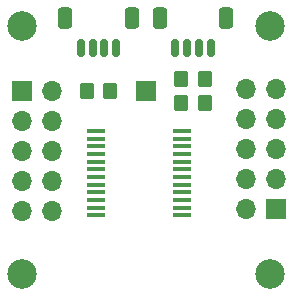
<source format=gbr>
%TF.GenerationSoftware,KiCad,Pcbnew,(6.0.7)*%
%TF.CreationDate,2022-09-23T22:10:56-05:00*%
%TF.ProjectId,PCA9535,50434139-3533-4352-9e6b-696361645f70,rev?*%
%TF.SameCoordinates,Original*%
%TF.FileFunction,Soldermask,Top*%
%TF.FilePolarity,Negative*%
%FSLAX46Y46*%
G04 Gerber Fmt 4.6, Leading zero omitted, Abs format (unit mm)*
G04 Created by KiCad (PCBNEW (6.0.7)) date 2022-09-23 22:10:56*
%MOMM*%
%LPD*%
G01*
G04 APERTURE LIST*
G04 Aperture macros list*
%AMRoundRect*
0 Rectangle with rounded corners*
0 $1 Rounding radius*
0 $2 $3 $4 $5 $6 $7 $8 $9 X,Y pos of 4 corners*
0 Add a 4 corners polygon primitive as box body*
4,1,4,$2,$3,$4,$5,$6,$7,$8,$9,$2,$3,0*
0 Add four circle primitives for the rounded corners*
1,1,$1+$1,$2,$3*
1,1,$1+$1,$4,$5*
1,1,$1+$1,$6,$7*
1,1,$1+$1,$8,$9*
0 Add four rect primitives between the rounded corners*
20,1,$1+$1,$2,$3,$4,$5,0*
20,1,$1+$1,$4,$5,$6,$7,0*
20,1,$1+$1,$6,$7,$8,$9,0*
20,1,$1+$1,$8,$9,$2,$3,0*%
G04 Aperture macros list end*
%ADD10R,1.639799X0.431000*%
%ADD11RoundRect,0.150000X-0.150000X-0.625000X0.150000X-0.625000X0.150000X0.625000X-0.150000X0.625000X0*%
%ADD12RoundRect,0.250000X-0.350000X-0.650000X0.350000X-0.650000X0.350000X0.650000X-0.350000X0.650000X0*%
%ADD13C,2.500000*%
%ADD14RoundRect,0.250000X0.350000X0.450000X-0.350000X0.450000X-0.350000X-0.450000X0.350000X-0.450000X0*%
%ADD15R,1.700000X1.700000*%
%ADD16O,1.700000X1.700000*%
%ADD17RoundRect,0.250000X-0.350000X-0.450000X0.350000X-0.450000X0.350000X0.450000X-0.350000X0.450000X0*%
G04 APERTURE END LIST*
D10*
%TO.C,U1*%
X124786900Y-80377501D03*
X124786900Y-81027500D03*
X124786900Y-81677498D03*
X124786900Y-82327499D03*
X124786900Y-82977498D03*
X124786900Y-83627499D03*
X124786900Y-84277498D03*
X124786900Y-84927499D03*
X124786900Y-85577498D03*
X124786900Y-86227499D03*
X124786900Y-86877498D03*
X124786900Y-87527499D03*
X132051300Y-87527499D03*
X132051300Y-86877500D03*
X132051300Y-86227499D03*
X132051300Y-85577501D03*
X132051300Y-84927499D03*
X132051300Y-84277501D03*
X132051300Y-83627502D03*
X132051300Y-82977501D03*
X132051300Y-82327502D03*
X132051300Y-81677501D03*
X132051300Y-81027502D03*
X132051300Y-80377501D03*
%TD*%
D11*
%TO.C,J1*%
X131500000Y-73325000D03*
X132500000Y-73325000D03*
X133500000Y-73325000D03*
X134500000Y-73325000D03*
D12*
X130200000Y-70800000D03*
X135800000Y-70800000D03*
%TD*%
D13*
%TO.C,H3*%
X139500000Y-92500000D03*
%TD*%
%TO.C,H4*%
X118500000Y-92500000D03*
%TD*%
D14*
%TO.C,R1*%
X134000000Y-78000000D03*
X132000000Y-78000000D03*
%TD*%
%TO.C,R2*%
X134000000Y-76000000D03*
X132000000Y-76000000D03*
%TD*%
D15*
%TO.C,J6*%
X140000000Y-87000000D03*
D16*
X137460000Y-87000000D03*
X140000000Y-84460000D03*
X137460000Y-84460000D03*
X140000000Y-81920000D03*
X137460000Y-81920000D03*
X140000000Y-79380000D03*
X137460000Y-79380000D03*
X140000000Y-76840000D03*
X137460000Y-76840000D03*
%TD*%
D15*
%TO.C,J4*%
X129000000Y-77000000D03*
%TD*%
D11*
%TO.C,J2*%
X123500000Y-73325000D03*
X124500000Y-73325000D03*
X125500000Y-73325000D03*
X126500000Y-73325000D03*
D12*
X122200000Y-70800000D03*
X127800000Y-70800000D03*
%TD*%
D15*
%TO.C,J3*%
X118500000Y-77000000D03*
D16*
X121040000Y-77000000D03*
X118500000Y-79540000D03*
X121040000Y-79540000D03*
X118500000Y-82080000D03*
X121040000Y-82080000D03*
X118500000Y-84620000D03*
X121040000Y-84620000D03*
X118500000Y-87160000D03*
X121040000Y-87160000D03*
%TD*%
D17*
%TO.C,R3*%
X124000000Y-77000000D03*
X126000000Y-77000000D03*
%TD*%
D13*
%TO.C,H2*%
X139500000Y-71500000D03*
%TD*%
%TO.C,H1*%
X118500000Y-71500000D03*
%TD*%
M02*

</source>
